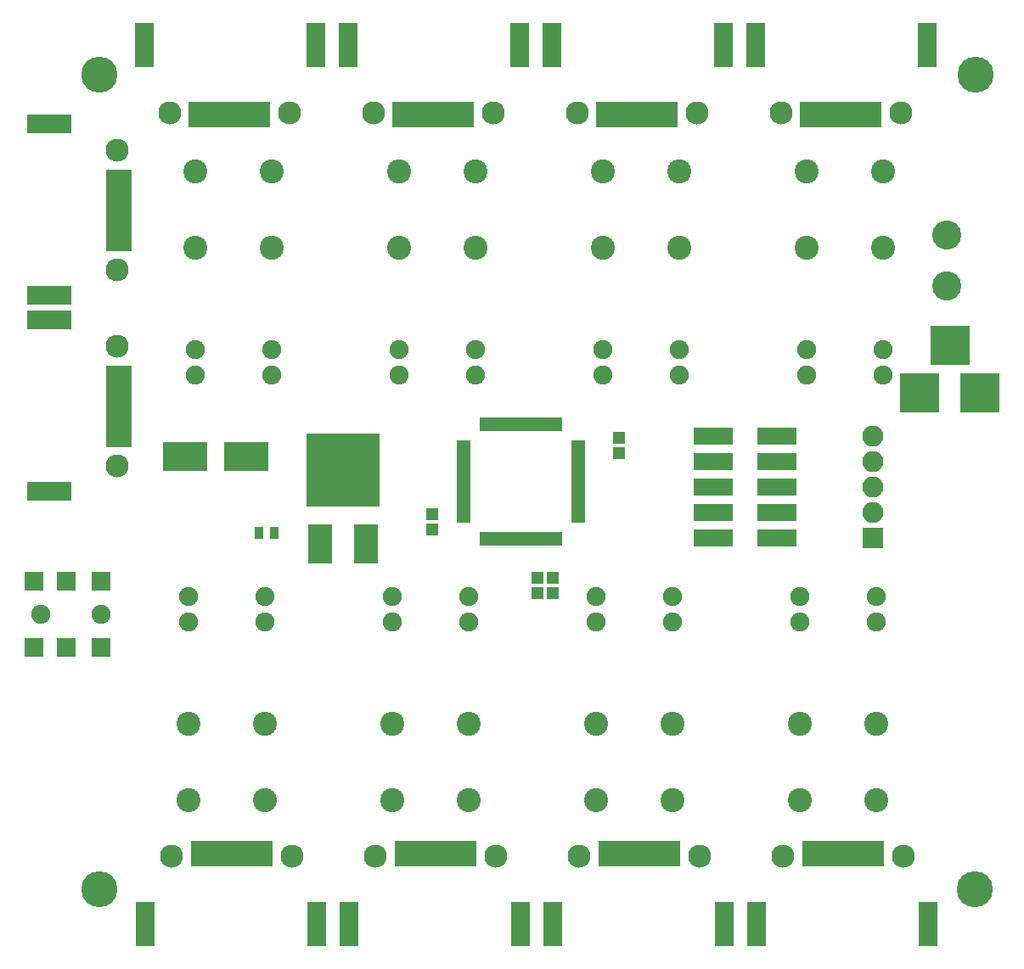
<source format=gts>
G04 #@! TF.FileFunction,Soldermask,Top*
%FSLAX46Y46*%
G04 Gerber Fmt 4.6, Leading zero omitted, Abs format (unit mm)*
G04 Created by KiCad (PCBNEW 4.0.4-stable) date 03/16/17 08:36:36*
%MOMM*%
%LPD*%
G01*
G04 APERTURE LIST*
%ADD10C,0.100000*%
%ADD11C,1.900000*%
%ADD12R,1.900000X1.900000*%
%ADD13R,1.900000X4.400000*%
%ADD14C,1.300000*%
%ADD15C,2.300000*%
%ADD16R,1.000000X2.500000*%
%ADD17C,3.600000*%
%ADD18R,0.650000X1.400000*%
%ADD19R,1.400000X0.650000*%
%ADD20R,4.000000X1.670000*%
%ADD21R,4.400000X1.900000*%
%ADD22R,2.500000X1.000000*%
%ADD23R,3.900120X3.900120*%
%ADD24R,4.400000X2.900000*%
%ADD25R,1.200000X1.150000*%
%ADD26R,1.150000X1.200000*%
%ADD27R,2.100000X2.100000*%
%ADD28O,2.100000X2.100000*%
%ADD29R,0.900000X1.300000*%
%ADD30R,2.400000X3.900000*%
%ADD31R,7.400000X7.400000*%
%ADD32C,2.900000*%
%ADD33C,2.400000*%
G04 APERTURE END LIST*
D10*
D11*
X112142000Y-112268000D03*
X118142000Y-112268000D03*
D12*
X111442000Y-108968000D03*
X118142000Y-108968000D03*
X114642000Y-108968000D03*
X111442000Y-115568000D03*
X114642000Y-115568000D03*
X118142000Y-115568000D03*
D13*
X183517000Y-143187000D03*
D14*
X183517000Y-143187000D03*
D15*
X186117000Y-136447000D03*
X198107000Y-136447000D03*
D16*
X195717000Y-136207000D03*
X194697000Y-136207000D03*
X193677000Y-136207000D03*
X192657000Y-136207000D03*
X191637000Y-136207000D03*
X190617000Y-136207000D03*
X189597000Y-136207000D03*
X188577000Y-136207000D03*
D14*
X200617000Y-143187000D03*
D13*
X200617000Y-143187000D03*
X163197000Y-143187000D03*
D14*
X163197000Y-143187000D03*
D15*
X165797000Y-136447000D03*
X177787000Y-136447000D03*
D16*
X175397000Y-136207000D03*
X174377000Y-136207000D03*
X173357000Y-136207000D03*
X172337000Y-136207000D03*
X171317000Y-136207000D03*
X170297000Y-136207000D03*
X169277000Y-136207000D03*
X168257000Y-136207000D03*
D14*
X180297000Y-143187000D03*
D13*
X180297000Y-143187000D03*
D17*
X205283000Y-139700000D03*
X117932000Y-139700000D03*
X205334000Y-58420000D03*
D18*
X156270000Y-104760000D03*
X156770000Y-104760000D03*
X157270000Y-104760000D03*
X157770000Y-104760000D03*
X158270000Y-104760000D03*
X158770000Y-104760000D03*
X159270000Y-104760000D03*
X159770000Y-104760000D03*
X160270000Y-104760000D03*
X160770000Y-104760000D03*
X161270000Y-104760000D03*
X161770000Y-104760000D03*
X162270000Y-104760000D03*
X162770000Y-104760000D03*
X163270000Y-104760000D03*
X163770000Y-104760000D03*
D19*
X165720000Y-102810000D03*
X165720000Y-102310000D03*
X165720000Y-101810000D03*
X165720000Y-101310000D03*
X165720000Y-100810000D03*
X165720000Y-100310000D03*
X165720000Y-99810000D03*
X165720000Y-99310000D03*
X165720000Y-98810000D03*
X165720000Y-98310000D03*
X165720000Y-97810000D03*
X165720000Y-97310000D03*
X165720000Y-96810000D03*
X165720000Y-96310000D03*
X165720000Y-95810000D03*
X165720000Y-95310000D03*
D18*
X163770000Y-93360000D03*
X163270000Y-93360000D03*
X162770000Y-93360000D03*
X162270000Y-93360000D03*
X161770000Y-93360000D03*
X161270000Y-93360000D03*
X160770000Y-93360000D03*
X160270000Y-93360000D03*
X159770000Y-93360000D03*
X159270000Y-93360000D03*
X158770000Y-93360000D03*
X158270000Y-93360000D03*
X157770000Y-93360000D03*
X157270000Y-93360000D03*
X156770000Y-93360000D03*
X156270000Y-93360000D03*
D19*
X154320000Y-95310000D03*
X154320000Y-95810000D03*
X154320000Y-96310000D03*
X154320000Y-96810000D03*
X154320000Y-97310000D03*
X154320000Y-97810000D03*
X154320000Y-98310000D03*
X154320000Y-98810000D03*
X154320000Y-99310000D03*
X154320000Y-99810000D03*
X154320000Y-100310000D03*
X154320000Y-100810000D03*
X154320000Y-101310000D03*
X154320000Y-101810000D03*
X154320000Y-102310000D03*
X154320000Y-102810000D03*
D20*
X179172000Y-94488000D03*
X179172000Y-97028000D03*
X179172000Y-99568000D03*
X179172000Y-102108000D03*
X185572000Y-102108000D03*
X185572000Y-99568000D03*
X185572000Y-97028000D03*
X185572000Y-94488000D03*
X179172000Y-104648000D03*
X185572000Y-104648000D03*
D21*
X112972000Y-63375000D03*
D14*
X112972000Y-63375000D03*
D15*
X119712000Y-65975000D03*
X119712000Y-77965000D03*
D22*
X119952000Y-75575000D03*
X119952000Y-74555000D03*
X119952000Y-73535000D03*
X119952000Y-72515000D03*
X119952000Y-71495000D03*
X119952000Y-70475000D03*
X119952000Y-69455000D03*
X119952000Y-68435000D03*
D14*
X112972000Y-80475000D03*
D21*
X112972000Y-80475000D03*
D23*
X199768860Y-90170000D03*
X205768340Y-90170000D03*
X202768600Y-85471000D03*
D24*
X132590000Y-96520000D03*
X126490000Y-96520000D03*
D25*
X163183000Y-110172000D03*
X161683000Y-110172000D03*
X163183000Y-108648000D03*
X161683000Y-108648000D03*
D26*
X169799000Y-94690000D03*
X169799000Y-96190000D03*
X151194000Y-103810000D03*
X151194000Y-102310000D03*
D21*
X112972000Y-82933000D03*
D14*
X112972000Y-82933000D03*
D15*
X119712000Y-85533000D03*
X119712000Y-97523000D03*
D22*
X119952000Y-95133000D03*
X119952000Y-94113000D03*
X119952000Y-93093000D03*
X119952000Y-92073000D03*
X119952000Y-91053000D03*
X119952000Y-90033000D03*
X119952000Y-89013000D03*
X119952000Y-87993000D03*
D14*
X112972000Y-100033000D03*
D21*
X112972000Y-100033000D03*
D27*
X195072000Y-104648000D03*
D28*
X195072000Y-102108000D03*
X195072000Y-99568000D03*
X195072000Y-97028000D03*
X195072000Y-94488000D03*
D29*
X133870000Y-104140000D03*
X135370000Y-104140000D03*
D30*
X139950000Y-105300000D03*
X144530000Y-105300000D03*
D31*
X142250000Y-97900000D03*
D32*
X202427000Y-74422000D03*
X202427000Y-79502000D03*
D11*
X196091000Y-88392000D03*
X196091000Y-85852000D03*
D33*
X196091000Y-75692000D03*
X196091000Y-68072000D03*
D11*
X155451000Y-88392000D03*
X155451000Y-85852000D03*
D33*
X155451000Y-75692000D03*
X155451000Y-68072000D03*
D11*
X126870000Y-110490000D03*
X126870000Y-113030000D03*
D33*
X126870000Y-123190000D03*
X126870000Y-130810000D03*
D11*
X167510000Y-110490000D03*
X167510000Y-113030000D03*
D33*
X167510000Y-123190000D03*
X167510000Y-130810000D03*
D11*
X188471000Y-88392000D03*
X188471000Y-85852000D03*
D33*
X188471000Y-75692000D03*
X188471000Y-68072000D03*
D11*
X147831000Y-88392000D03*
X147831000Y-85852000D03*
D33*
X147831000Y-75692000D03*
X147831000Y-68072000D03*
D11*
X134490000Y-110490000D03*
X134490000Y-113030000D03*
D33*
X134490000Y-123190000D03*
X134490000Y-130810000D03*
D11*
X175130000Y-110490000D03*
X175130000Y-113030000D03*
D33*
X175130000Y-123190000D03*
X175130000Y-130810000D03*
D11*
X175771000Y-88392000D03*
X175771000Y-85852000D03*
D33*
X175771000Y-75692000D03*
X175771000Y-68072000D03*
D11*
X135131000Y-88392000D03*
X135131000Y-85852000D03*
D33*
X135131000Y-75692000D03*
X135131000Y-68072000D03*
D11*
X147190000Y-110490000D03*
X147190000Y-113030000D03*
D33*
X147190000Y-123190000D03*
X147190000Y-130810000D03*
D11*
X187830000Y-110490000D03*
X187830000Y-113030000D03*
D33*
X187830000Y-123190000D03*
X187830000Y-130810000D03*
D11*
X168151000Y-88392000D03*
X168151000Y-85852000D03*
D33*
X168151000Y-75692000D03*
X168151000Y-68072000D03*
D11*
X127511000Y-88392000D03*
X127511000Y-85852000D03*
D33*
X127511000Y-75692000D03*
X127511000Y-68072000D03*
D11*
X154810000Y-110490000D03*
X154810000Y-113030000D03*
D33*
X154810000Y-123190000D03*
X154810000Y-130810000D03*
D11*
X195450000Y-110490000D03*
X195450000Y-113030000D03*
D33*
X195450000Y-123190000D03*
X195450000Y-130810000D03*
D13*
X200531000Y-55492000D03*
D14*
X200531000Y-55492000D03*
D15*
X197931000Y-62232000D03*
X185941000Y-62232000D03*
D16*
X188331000Y-62472000D03*
X189351000Y-62472000D03*
X190371000Y-62472000D03*
X191391000Y-62472000D03*
X192411000Y-62472000D03*
X193431000Y-62472000D03*
X194451000Y-62472000D03*
X195471000Y-62472000D03*
D14*
X183431000Y-55492000D03*
D13*
X183431000Y-55492000D03*
X180211000Y-55492000D03*
D14*
X180211000Y-55492000D03*
D15*
X177611000Y-62232000D03*
X165621000Y-62232000D03*
D16*
X168011000Y-62472000D03*
X169031000Y-62472000D03*
X170051000Y-62472000D03*
X171071000Y-62472000D03*
X172091000Y-62472000D03*
X173111000Y-62472000D03*
X174131000Y-62472000D03*
X175151000Y-62472000D03*
D14*
X163111000Y-55492000D03*
D13*
X163111000Y-55492000D03*
X159891000Y-55492000D03*
D14*
X159891000Y-55492000D03*
D15*
X157291000Y-62232000D03*
X145301000Y-62232000D03*
D16*
X147691000Y-62472000D03*
X148711000Y-62472000D03*
X149731000Y-62472000D03*
X150751000Y-62472000D03*
X151771000Y-62472000D03*
X152791000Y-62472000D03*
X153811000Y-62472000D03*
X154831000Y-62472000D03*
D14*
X142791000Y-55492000D03*
D13*
X142791000Y-55492000D03*
X139571000Y-55492000D03*
D14*
X139571000Y-55492000D03*
D15*
X136971000Y-62232000D03*
X124981000Y-62232000D03*
D16*
X127371000Y-62472000D03*
X128391000Y-62472000D03*
X129411000Y-62472000D03*
X130431000Y-62472000D03*
X131451000Y-62472000D03*
X132471000Y-62472000D03*
X133491000Y-62472000D03*
X134511000Y-62472000D03*
D14*
X122471000Y-55492000D03*
D13*
X122471000Y-55492000D03*
X122557000Y-143187000D03*
D14*
X122557000Y-143187000D03*
D15*
X125157000Y-136447000D03*
X137147000Y-136447000D03*
D16*
X134757000Y-136207000D03*
X133737000Y-136207000D03*
X132717000Y-136207000D03*
X131697000Y-136207000D03*
X130677000Y-136207000D03*
X129657000Y-136207000D03*
X128637000Y-136207000D03*
X127617000Y-136207000D03*
D14*
X139657000Y-143187000D03*
D13*
X139657000Y-143187000D03*
X142877000Y-143187000D03*
D14*
X142877000Y-143187000D03*
D15*
X145477000Y-136447000D03*
X157467000Y-136447000D03*
D16*
X155077000Y-136207000D03*
X154057000Y-136207000D03*
X153037000Y-136207000D03*
X152017000Y-136207000D03*
X150997000Y-136207000D03*
X149977000Y-136207000D03*
X148957000Y-136207000D03*
X147937000Y-136207000D03*
D14*
X159977000Y-143187000D03*
D13*
X159977000Y-143187000D03*
D17*
X117932000Y-58420000D03*
M02*

</source>
